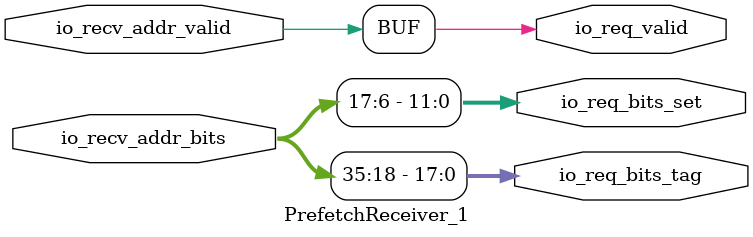
<source format=sv>
`ifndef RANDOMIZE
  `ifdef RANDOMIZE_MEM_INIT
    `define RANDOMIZE
  `endif // RANDOMIZE_MEM_INIT
`endif // not def RANDOMIZE
`ifndef RANDOMIZE
  `ifdef RANDOMIZE_REG_INIT
    `define RANDOMIZE
  `endif // RANDOMIZE_REG_INIT
`endif // not def RANDOMIZE

`ifndef RANDOM
  `define RANDOM $random
`endif // not def RANDOM

// Users can define INIT_RANDOM as general code that gets injected into the
// initializer block for modules with registers.
`ifndef INIT_RANDOM
  `define INIT_RANDOM
`endif // not def INIT_RANDOM

// If using random initialization, you can also define RANDOMIZE_DELAY to
// customize the delay used, otherwise 0.002 is used.
`ifndef RANDOMIZE_DELAY
  `define RANDOMIZE_DELAY 0.002
`endif // not def RANDOMIZE_DELAY

// Define INIT_RANDOM_PROLOG_ for use in our modules below.
`ifndef INIT_RANDOM_PROLOG_
  `ifdef RANDOMIZE
    `ifdef VERILATOR
      `define INIT_RANDOM_PROLOG_ `INIT_RANDOM
    `else  // VERILATOR
      `define INIT_RANDOM_PROLOG_ `INIT_RANDOM #`RANDOMIZE_DELAY begin end
    `endif // VERILATOR
  `else  // RANDOMIZE
    `define INIT_RANDOM_PROLOG_
  `endif // RANDOMIZE
`endif // not def INIT_RANDOM_PROLOG_

// Include register initializers in init blocks unless synthesis is set
`ifndef SYNTHESIS
  `ifndef ENABLE_INITIAL_REG_
    `define ENABLE_INITIAL_REG_
  `endif // not def ENABLE_INITIAL_REG_
`endif // not def SYNTHESIS

// Include rmemory initializers in init blocks unless synthesis is set
`ifndef SYNTHESIS
  `ifndef ENABLE_INITIAL_MEM_
    `define ENABLE_INITIAL_MEM_
  `endif // not def ENABLE_INITIAL_MEM_
`endif // not def SYNTHESIS

module PrefetchReceiver_1(
  output        io_req_valid,
  output [17:0] io_req_bits_tag,
  output [11:0] io_req_bits_set,
  input         io_recv_addr_valid,
  input  [63:0] io_recv_addr_bits
);

  assign io_req_valid = io_recv_addr_valid;
  assign io_req_bits_tag = io_recv_addr_bits[35:18];
  assign io_req_bits_set = io_recv_addr_bits[17:6];
endmodule


</source>
